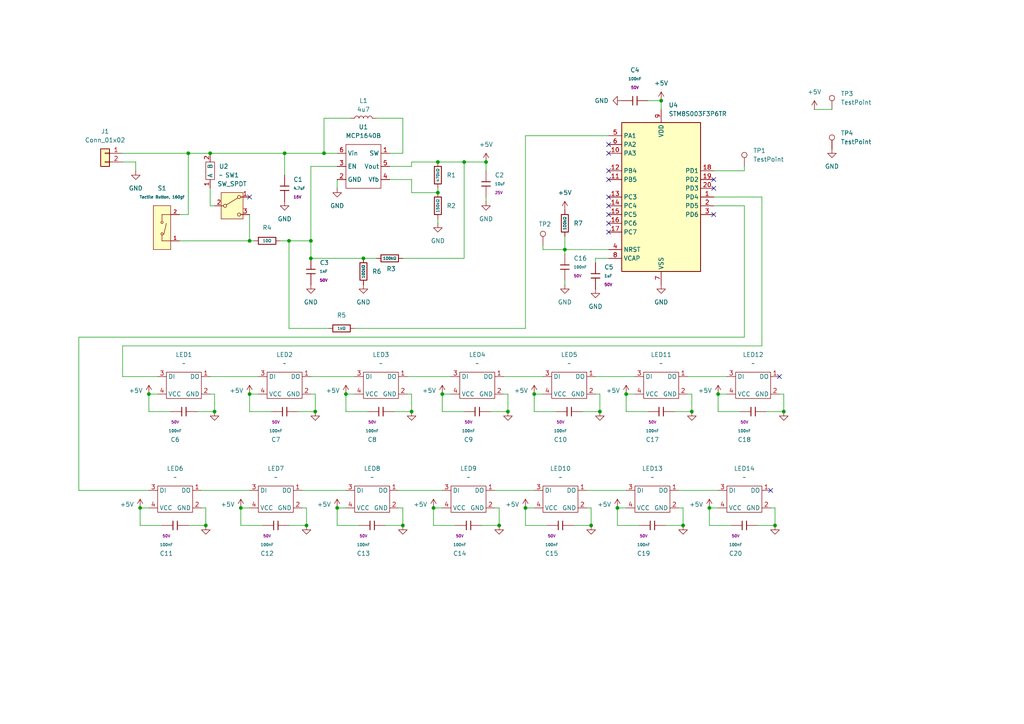
<source format=kicad_sch>
(kicad_sch (version 20250114) (generator "eeschema") (generator_version "9.0")
  (paper "A4")
  (junction (at 88.9 152.4))
  (junction (at 90.17 74.93))
  (junction (at 127 55.88))
  (junction (at 191.77 29.21))
  (junction (at 97.79 147.32))
  (junction (at 147.32 119.38))
  (junction (at 43.18 114.3))
  (junction (at 224.79 152.4))
  (junction (at 91.44 119.38))
  (junction (at 125.73 147.32))
  (junction (at 163.83 72.39))
  (junction (at 90.17 69.85))
  (junction (at 152.4 147.32))
  (junction (at 69.85 147.32))
  (junction (at 181.61 114.3))
  (junction (at 116.84 152.4))
  (junction (at 60.96 44.45))
  (junction (at 54.61 44.45))
  (junction (at 93.98 44.45))
  (junction (at 140.97 46.99))
  (junction (at 100.33 114.3))
  (junction (at 200.66 119.38))
  (junction (at 227.33 119.38))
  (junction (at 105.41 74.93))
  (junction (at 128.27 114.3))
  (junction (at 179.07 147.32))
  (junction (at 62.23 119.38))
  (junction (at 205.74 147.32))
  (junction (at 72.39 69.85))
  (junction (at 134.62 46.99))
  (junction (at 144.78 152.4))
  (junction (at 40.64 147.32))
  (junction (at 83.82 69.85))
  (junction (at 82.55 44.45))
  (junction (at 173.99 119.38))
  (junction (at 198.12 152.4))
  (junction (at 171.45 152.4))
  (junction (at 127 46.99))
  (junction (at 208.28 114.3))
  (junction (at 72.39 114.3))
  (junction (at 59.69 152.4))
  (junction (at 154.94 114.3))
  (junction (at 119.38 119.38))
  (no_connect (at 226.06 109.22))
  (no_connect (at 176.53 44.45))
  (no_connect (at 176.53 64.77))
  (no_connect (at 72.39 57.15))
  (no_connect (at 207.01 62.23))
  (no_connect (at 176.53 49.53))
  (no_connect (at 176.53 67.31))
  (no_connect (at 176.53 57.15))
  (no_connect (at 176.53 41.91))
  (no_connect (at 176.53 59.69))
  (no_connect (at 176.53 52.07))
  (no_connect (at 176.53 62.23))
  (no_connect (at 207.01 52.07))
  (no_connect (at 207.01 54.61))
  (no_connect (at 223.52 142.24))
  (wire (pts (xy 199.39 109.22) (xy 210.82 109.22)))
  (wire (pts (xy 40.64 147.32) (xy 40.64 152.4)))
  (wire (pts (xy 181.61 114.3) (xy 181.61 119.38)))
  (wire (pts (xy 114.3 119.38) (xy 119.38 119.38)))
  (wire (pts (xy 43.18 114.3) (xy 43.18 119.38)))
  (wire (pts (xy 215.9 59.69) (xy 215.9 97.79)))
  (wire (pts (xy 87.63 142.24) (xy 100.33 142.24)))
  (wire (pts (xy 95.25 95.25) (xy 83.82 95.25)))
  (wire (pts (xy 22.86 142.24) (xy 43.18 142.24)))
  (wire (pts (xy 208.28 114.3) (xy 208.28 119.38)))
  (wire (pts (xy 220.98 100.33) (xy 220.98 57.15)))
  (wire (pts (xy 118.11 114.3) (xy 119.38 114.3)))
  (wire (pts (xy 166.37 152.4) (xy 171.45 152.4)))
  (wire (pts (xy 87.63 147.32) (xy 88.9 147.32)))
  (wire (pts (xy 125.73 147.32) (xy 125.73 152.4)))
  (wire (pts (xy 172.72 76.2) (xy 172.72 74.93)))
  (wire (pts (xy 116.84 34.29) (xy 116.84 44.45)))
  (wire (pts (xy 104.14 152.4) (xy 97.79 152.4)))
  (wire (pts (xy 39.37 46.99) (xy 39.37 49.53)))
  (wire (pts (xy 82.55 44.45) (xy 93.98 44.45)))
  (wire (pts (xy 196.85 147.32) (xy 198.12 147.32)))
  (wire (pts (xy 116.84 74.93) (xy 134.62 74.93)))
  (wire (pts (xy 100.33 114.3) (xy 100.33 119.38)))
  (wire (pts (xy 219.71 152.4) (xy 224.79 152.4)))
  (wire (pts (xy 236.22 31.75) (xy 241.3 31.75)))
  (wire (pts (xy 154.94 114.3) (xy 157.48 114.3)))
  (wire (pts (xy 83.82 152.4) (xy 88.9 152.4)))
  (wire (pts (xy 101.6 34.29) (xy 93.98 34.29)))
  (wire (pts (xy 46.99 152.4) (xy 40.64 152.4)))
  (wire (pts (xy 134.62 46.99) (xy 140.97 46.99)))
  (wire (pts (xy 161.29 119.38) (xy 154.94 119.38)))
  (wire (pts (xy 58.42 142.24) (xy 72.39 142.24)))
  (wire (pts (xy 113.03 48.26) (xy 119.38 48.26)))
  (wire (pts (xy 81.28 69.85) (xy 83.82 69.85)))
  (wire (pts (xy 72.39 114.3) (xy 74.93 114.3)))
  (wire (pts (xy 212.09 152.4) (xy 205.74 152.4)))
  (wire (pts (xy 119.38 114.3) (xy 119.38 119.38)))
  (wire (pts (xy 214.63 119.38) (xy 208.28 119.38)))
  (wire (pts (xy 168.91 119.38) (xy 173.99 119.38)))
  (wire (pts (xy 59.69 147.32) (xy 59.69 152.4)))
  (wire (pts (xy 143.51 147.32) (xy 144.78 147.32)))
  (wire (pts (xy 116.84 44.45) (xy 113.03 44.45)))
  (wire (pts (xy 152.4 147.32) (xy 152.4 152.4)))
  (wire (pts (xy 134.62 119.38) (xy 128.27 119.38)))
  (wire (pts (xy 154.94 114.3) (xy 154.94 119.38)))
  (wire (pts (xy 116.84 147.32) (xy 116.84 152.4)))
  (wire (pts (xy 185.42 152.4) (xy 179.07 152.4)))
  (wire (pts (xy 111.76 152.4) (xy 116.84 152.4)))
  (wire (pts (xy 90.17 74.93) (xy 105.41 74.93)))
  (wire (pts (xy 139.7 152.4) (xy 144.78 152.4)))
  (wire (pts (xy 199.39 114.3) (xy 200.66 114.3)))
  (wire (pts (xy 144.78 147.32) (xy 144.78 152.4)))
  (wire (pts (xy 115.57 147.32) (xy 116.84 147.32)))
  (wire (pts (xy 78.74 119.38) (xy 72.39 119.38)))
  (wire (pts (xy 140.97 57.15) (xy 140.97 58.42)))
  (wire (pts (xy 97.79 48.26) (xy 90.17 48.26)))
  (wire (pts (xy 115.57 142.24) (xy 128.27 142.24)))
  (wire (pts (xy 35.56 44.45) (xy 54.61 44.45)))
  (wire (pts (xy 82.55 44.45) (xy 82.55 50.8)))
  (wire (pts (xy 118.11 109.22) (xy 130.81 109.22)))
  (wire (pts (xy 54.61 44.45) (xy 60.96 44.45)))
  (wire (pts (xy 58.42 147.32) (xy 59.69 147.32)))
  (wire (pts (xy 193.04 152.4) (xy 198.12 152.4)))
  (wire (pts (xy 97.79 147.32) (xy 97.79 152.4)))
  (wire (pts (xy 54.61 152.4) (xy 59.69 152.4)))
  (wire (pts (xy 119.38 46.99) (xy 127 46.99)))
  (wire (pts (xy 146.05 109.22) (xy 157.48 109.22)))
  (wire (pts (xy 60.96 109.22) (xy 74.93 109.22)))
  (wire (pts (xy 90.17 114.3) (xy 91.44 114.3)))
  (wire (pts (xy 215.9 49.53) (xy 215.9 48.26)))
  (wire (pts (xy 170.18 147.32) (xy 171.45 147.32)))
  (wire (pts (xy 35.56 46.99) (xy 39.37 46.99)))
  (wire (pts (xy 143.51 142.24) (xy 154.94 142.24)))
  (wire (pts (xy 43.18 114.3) (xy 45.72 114.3)))
  (wire (pts (xy 90.17 48.26) (xy 90.17 69.85)))
  (wire (pts (xy 158.75 152.4) (xy 152.4 152.4)))
  (wire (pts (xy 97.79 54.61) (xy 97.79 52.07)))
  (wire (pts (xy 227.33 114.3) (xy 227.33 119.38)))
  (wire (pts (xy 208.28 114.3) (xy 210.82 114.3)))
  (wire (pts (xy 40.64 147.32) (xy 43.18 147.32)))
  (wire (pts (xy 223.52 147.32) (xy 224.79 147.32)))
  (wire (pts (xy 163.83 81.28) (xy 163.83 82.55)))
  (wire (pts (xy 52.07 69.85) (xy 72.39 69.85)))
  (wire (pts (xy 60.96 59.69) (xy 62.23 59.69)))
  (wire (pts (xy 171.45 147.32) (xy 171.45 152.4)))
  (wire (pts (xy 205.74 147.32) (xy 205.74 152.4)))
  (wire (pts (xy 113.03 52.07) (xy 119.38 52.07)))
  (wire (pts (xy 93.98 44.45) (xy 97.79 44.45)))
  (wire (pts (xy 54.61 62.23) (xy 52.07 62.23)))
  (wire (pts (xy 152.4 39.37) (xy 176.53 39.37)))
  (wire (pts (xy 72.39 62.23) (xy 72.39 69.85)))
  (wire (pts (xy 215.9 97.79) (xy 22.86 97.79)))
  (wire (pts (xy 179.07 147.32) (xy 181.61 147.32)))
  (wire (pts (xy 172.72 114.3) (xy 173.99 114.3)))
  (wire (pts (xy 35.56 100.33) (xy 220.98 100.33)))
  (wire (pts (xy 191.77 29.21) (xy 191.77 31.75)))
  (wire (pts (xy 22.86 97.79) (xy 22.86 142.24)))
  (wire (pts (xy 157.48 72.39) (xy 157.48 71.12)))
  (wire (pts (xy 128.27 114.3) (xy 130.81 114.3)))
  (wire (pts (xy 109.22 34.29) (xy 116.84 34.29)))
  (wire (pts (xy 170.18 142.24) (xy 181.61 142.24)))
  (wire (pts (xy 91.44 114.3) (xy 91.44 119.38)))
  (wire (pts (xy 72.39 114.3) (xy 72.39 119.38)))
  (wire (pts (xy 127 54.61) (xy 127 55.88)))
  (wire (pts (xy 163.83 68.58) (xy 163.83 72.39)))
  (wire (pts (xy 198.12 147.32) (xy 198.12 152.4)))
  (wire (pts (xy 222.25 119.38) (xy 227.33 119.38)))
  (wire (pts (xy 224.79 147.32) (xy 224.79 152.4)))
  (wire (pts (xy 134.62 74.93) (xy 134.62 46.99)))
  (wire (pts (xy 119.38 55.88) (xy 127 55.88)))
  (wire (pts (xy 90.17 109.22) (xy 102.87 109.22)))
  (wire (pts (xy 187.96 119.38) (xy 181.61 119.38)))
  (wire (pts (xy 100.33 114.3) (xy 102.87 114.3)))
  (wire (pts (xy 62.23 114.3) (xy 62.23 119.38)))
  (wire (pts (xy 226.06 114.3) (xy 227.33 114.3)))
  (wire (pts (xy 205.74 147.32) (xy 208.28 147.32)))
  (wire (pts (xy 90.17 69.85) (xy 90.17 74.93)))
  (wire (pts (xy 127 46.99) (xy 134.62 46.99)))
  (wire (pts (xy 147.32 114.3) (xy 147.32 119.38)))
  (wire (pts (xy 72.39 69.85) (xy 73.66 69.85)))
  (wire (pts (xy 60.96 54.61) (xy 60.96 59.69)))
  (wire (pts (xy 181.61 114.3) (xy 184.15 114.3)))
  (wire (pts (xy 152.4 147.32) (xy 154.94 147.32)))
  (wire (pts (xy 106.68 119.38) (xy 100.33 119.38)))
  (wire (pts (xy 140.97 46.99) (xy 140.97 49.53)))
  (wire (pts (xy 125.73 147.32) (xy 128.27 147.32)))
  (wire (pts (xy 57.15 119.38) (xy 62.23 119.38)))
  (wire (pts (xy 128.27 114.3) (xy 128.27 119.38)))
  (wire (pts (xy 207.01 59.69) (xy 215.9 59.69)))
  (wire (pts (xy 49.53 119.38) (xy 43.18 119.38)))
  (wire (pts (xy 60.96 114.3) (xy 62.23 114.3)))
  (wire (pts (xy 176.53 72.39) (xy 163.83 72.39)))
  (wire (pts (xy 172.72 74.93) (xy 176.53 74.93)))
  (wire (pts (xy 220.98 57.15) (xy 207.01 57.15)))
  (wire (pts (xy 45.72 109.22) (xy 35.56 109.22)))
  (wire (pts (xy 146.05 114.3) (xy 147.32 114.3)))
  (wire (pts (xy 35.56 109.22) (xy 35.56 100.33)))
  (wire (pts (xy 207.01 49.53) (xy 215.9 49.53)))
  (wire (pts (xy 142.24 119.38) (xy 147.32 119.38)))
  (wire (pts (xy 83.82 69.85) (xy 83.82 95.25)))
  (wire (pts (xy 127 63.5) (xy 127 64.77)))
  (wire (pts (xy 76.2 152.4) (xy 69.85 152.4)))
  (wire (pts (xy 69.85 147.32) (xy 69.85 152.4)))
  (wire (pts (xy 163.83 72.39) (xy 163.83 73.66)))
  (wire (pts (xy 187.96 29.21) (xy 191.77 29.21)))
  (wire (pts (xy 179.07 147.32) (xy 179.07 152.4)))
  (wire (pts (xy 196.85 142.24) (xy 208.28 142.24)))
  (wire (pts (xy 157.48 72.39) (xy 163.83 72.39)))
  (wire (pts (xy 195.58 119.38) (xy 200.66 119.38)))
  (wire (pts (xy 119.38 48.26) (xy 119.38 46.99)))
  (wire (pts (xy 105.41 74.93) (xy 109.22 74.93)))
  (wire (pts (xy 119.38 52.07) (xy 119.38 55.88)))
  (wire (pts (xy 173.99 114.3) (xy 173.99 119.38)))
  (wire (pts (xy 60.96 44.45) (xy 82.55 44.45)))
  (wire (pts (xy 69.85 147.32) (xy 72.39 147.32)))
  (wire (pts (xy 83.82 69.85) (xy 90.17 69.85)))
  (wire (pts (xy 54.61 44.45) (xy 54.61 62.23)))
  (wire (pts (xy 97.79 147.32) (xy 100.33 147.32)))
  (wire (pts (xy 88.9 147.32) (xy 88.9 152.4)))
  (wire (pts (xy 93.98 34.29) (xy 93.98 44.45)))
  (wire (pts (xy 172.72 109.22) (xy 184.15 109.22)))
  (wire (pts (xy 86.36 119.38) (xy 91.44 119.38)))
  (wire (pts (xy 102.87 95.25) (xy 152.4 95.25)))
  (wire (pts (xy 152.4 95.25) (xy 152.4 39.37)))
  (wire (pts (xy 200.66 114.3) (xy 200.66 119.38)))
  (wire (pts (xy 132.08 152.4) (xy 125.73 152.4)))
  (symbol (lib_id "my_custom_symbols:WS2812_2020") (at 191.77 111.76 0) (unit 1)
    (property "Reference" "LED11" (at 191.77 102.87 0))
    (property "Value" "~" (at 191.77 105.41 0))
    (property "Footprint" "my_custom_footyprints:WS2812_2020" (effects (hide yes)))
    (property "LCSC" "C965555" (effects (hide yes)))
  )
  (symbol (lib_id "power:+5V") (at 128.27 114.3 0) (unit 1)
    (property "Reference" "#PWR019" (effects (hide yes)))
    (property "Value" "+5V" (at 124.46 113.284 0))
    (property "Description" "Power symbol creates a global label with name \"+5V\"" (effects (hide yes)))
  )
  (symbol (lib_id "PCM_JLCPCB-Capacitors:0603,100nF") (at 189.23 152.4 270) (unit 1)
    (property "Reference" "C19" (at 186.69 160.528 90))
    (property "Value" "100nF" (at 186.69 157.988 90) (effects (font (size 0.8 0.8))))
    (property "Footprint" "PCM_JLCPCB:C_0603" (effects (hide yes)))
    (property "Datasheet" "https://www.lcsc.com/datasheet/lcsc_datasheet_2211101700_YAGEO-CC0603KRX7R9BB104_C14663.pdf" (effects (hide yes)))
    (property "Description" "50V 100nF X7R ±10% 0603 Multilayer Ceramic Capacitors MLCC - SMD/SMT ROHS" (effects (hide yes)))
    (property "LCSC" "C14663" (effects (hide yes)))
    (property "Stock" "70324515" (effects (hide yes)))
    (property "Price" "0.006USD" (effects (hide yes)))
    (property "Process" "SMT" (effects (hide yes)))
    (property "Minimum Qty" "20" (effects (hide yes)))
    (property "Attrition Qty" "10" (effects (hide yes)))
    (property "Class" "Basic Component" (effects (hide yes)))
    (property "Category" "Capacitors,Multilayer Ceramic Capacitors MLCC - SMD/SMT" (effects (hide yes)))
    (property "Manufacturer" "YAGEO" (effects (hide yes)))
    (property "Part" "CC0603KRX7R9BB104" (effects (hide yes)))
    (property "Voltage Rated" "50V" (at 186.69 155.448 90) (effects (font (size 0.8 0.8))))
    (property "Tolerance" "±10%" (effects (hide yes)))
    (property "Capacitance" "100nF" (effects (hide yes)))
    (property "Temperature Coefficient" "X7R" (effects (hide yes)))
  )
  (symbol (lib_id "power:GND") (at 140.97 58.42 0) (unit 1)
    (property "Reference" "#PWR03" (effects (hide yes)))
    (property "Value" "GND" (at 140.97 63.5 0))
    (property "Description" "Power symbol creates a global label with name \"GND\" , ground" (effects (hide yes)))
  )
  (symbol (lib_id "my_custom_symbols:WS2812_2020") (at 107.95 144.78 0) (unit 1)
    (property "Reference" "LED8" (at 107.95 135.89 0))
    (property "Value" "~" (at 107.95 138.43 0))
    (property "Footprint" "my_custom_footyprints:WS2812_2020" (effects (hide yes)))
    (property "LCSC" "C965555" (effects (hide yes)))
  )
  (symbol (lib_id "Connector_Generic:Conn_01x02") (at 30.48 44.45 0) (mirror y) (unit 1) (in_bom no)
    (property "Reference" "J1" (at 30.48 38.1 0))
    (property "Value" "Conn_01x02" (at 30.48 40.64 0))
    (property "Footprint" "my_custom_footyprints:AAA cutout" (effects (hide yes)))
    (property "Description" "Generic connector, single row, 01x02, script generated (kicad-library-utils/schlib/autogen/connector/)" (effects (hide yes)))
  )
  (symbol (lib_id "power:GND") (at 91.44 119.38 0) (unit 1)
    (property "Reference" "#PWR016" (effects (hide yes)))
    (property "Value" "GND" (effects (hide yes)))
    (property "Description" "Power symbol creates a global label with name \"GND\" , ground" (effects (hide yes)))
  )
  (symbol (lib_id "my_custom_symbols:MCP1640") (at 105.41 45.72 0) (unit 1)
    (property "Reference" "U1" (at 105.41 36.83 0))
    (property "Value" "MCP1640B" (at 105.41 39.37 0))
    (property "Footprint" "Package_TO_SOT_SMD:SOT-23-6" (effects (hide yes)))
    (property "LCSC" "C478087" (effects (hide yes)))
  )
  (symbol (lib_id "power:GND") (at 173.99 119.38 0) (unit 1)
    (property "Reference" "#PWR022" (effects (hide yes)))
    (property "Value" "GND" (effects (hide yes)))
    (property "Description" "Power symbol creates a global label with name \"GND\" , ground" (effects (hide yes)))
  )
  (symbol (lib_id "power:GND") (at 127 64.77 0) (unit 1)
    (property "Reference" "#PWR02" (effects (hide yes)))
    (property "Value" "GND" (at 127 69.85 0))
    (property "Description" "Power symbol creates a global label with name \"GND\" , ground" (effects (hide yes)))
  )
  (symbol (lib_id "PCM_JLCPCB-Connectors_Buttons:Tactile Button, 160gf, 12V, 50mA, 4.0mm") (at 46.99 67.31 180) (unit 1)
    (property "Reference" "S1" (at 46.99 54.61 0))
    (property "Value" "Tactile Button, 160gf" (at 46.99 57.15 0) (effects (font (size 0.8 0.8))))
    (property "Footprint" "PCM_JLCPCB:SW_TS-1088-AR02016" (effects (hide yes)))
    (property "Datasheet" "https://www.lcsc.com/datasheet/lcsc_datasheet_2304140030_XUNPU-TS-1088-AR02016_C720477.pdf" (effects (hide yes)))
    (property "Description" "Without 50mA 4mm 100MΩ 100000 Times 12V 160gf 3mm 2mm Round Button Standing paste SPST SMD Tactile Switches ROHS" (effects (hide yes)))
    (property "LCSC" "C720477" (effects (hide yes)))
    (property "Stock" "346801" (effects (hide yes)))
    (property "Price" "0.044USD" (effects (hide yes)))
    (property "Process" "SMT" (effects (hide yes)))
    (property "Minimum Qty" "5" (effects (hide yes)))
    (property "Attrition Qty" "4" (effects (hide yes)))
    (property "Class" "Basic Component" (effects (hide yes)))
    (property "Category" "Switches,Tactile Switches" (effects (hide yes)))
    (property "Manufacturer" "XUNPU" (effects (hide yes)))
    (property "Part" "TS-1088-AR02016" (effects (hide yes)))
    (property "Switch Length" "4mm" (effects (hide yes)))
    (property "Voltage Rating (Dc)" "12V" (effects (hide yes)))
    (property "With Lamp" "No" (effects (hide yes)))
    (property "Operating Force" "160gf@±50gf" (effects (hide yes)))
    (property "Actuator/Cap Color" "Black" (effects (hide yes)))
    (property "Mechanical Life" "100000 Times" (effects (hide yes)))
    (property "Strike Gundam" "NO" (effects (hide yes)))
    (property "Circuit" "SPST" (effects (hide yes)))
    (property "Switch Height" "2mm" (effects (hide yes)))
    (property "Actuator Style" "Round Button" (effects (hide yes)))
    (property "Switch Width" "3mm" (effects (hide yes)))
    (property "Contact Current" "50mA" (effects (hide yes)))
    (property "Operating Temperature" "-30°C~+80°C" (effects (hide yes)))
    (property "Mounting Style" "Brick nogging" (effects (hide yes)))
    (property "Insulation Resistance" "100MΩ" (effects (hide yes)))
    (property "Pin Style" "SMDSplicing" (effects (hide yes)))
  )
  (symbol (lib_id "power:GND") (at 241.3 43.18 0) (unit 1)
    (property "Reference" "#PWR036" (effects (hide yes)))
    (property "Value" "GND" (at 241.3 48.26 0))
    (property "Description" "Power symbol creates a global label with name \"GND\" , ground" (effects (hide yes)))
  )
  (symbol (lib_id "power:+5V") (at 236.22 31.75 0) (unit 1)
    (property "Reference" "#PWR035" (effects (hide yes)))
    (property "Value" "+5V" (at 236.22 26.67 0))
    (property "Description" "Power symbol creates a global label with name \"+5V\"" (effects (hide yes)))
  )
  (symbol (lib_id "PCM_JLCPCB-Capacitors:0603,100nF") (at 165.1 119.38 270) (unit 1)
    (property "Reference" "C10" (at 162.56 127.508 90))
    (property "Value" "100nF" (at 162.56 124.968 90) (effects (font (size 0.8 0.8))))
    (property "Footprint" "PCM_JLCPCB:C_0603" (effects (hide yes)))
    (property "Datasheet" "https://www.lcsc.com/datasheet/lcsc_datasheet_2211101700_YAGEO-CC0603KRX7R9BB104_C14663.pdf" (effects (hide yes)))
    (property "Description" "50V 100nF X7R ±10% 0603 Multilayer Ceramic Capacitors MLCC - SMD/SMT ROHS" (effects (hide yes)))
    (property "LCSC" "C14663" (effects (hide yes)))
    (property "Stock" "70324515" (effects (hide yes)))
    (property "Price" "0.006USD" (effects (hide yes)))
    (property "Process" "SMT" (effects (hide yes)))
    (property "Minimum Qty" "20" (effects (hide yes)))
    (property "Attrition Qty" "10" (effects (hide yes)))
    (property "Class" "Basic Component" (effects (hide yes)))
    (property "Category" "Capacitors,Multilayer Ceramic Capacitors MLCC - SMD/SMT" (effects (hide yes)))
    (property "Manufacturer" "YAGEO" (effects (hide yes)))
    (property "Part" "CC0603KRX7R9BB104" (effects (hide yes)))
    (property "Voltage Rated" "50V" (at 162.56 122.428 90) (effects (font (size 0.8 0.8))))
    (property "Tolerance" "±10%" (effects (hide yes)))
    (property "Capacitance" "100nF" (effects (hide yes)))
    (property "Temperature Coefficient" "X7R" (effects (hide yes)))
  )
  (symbol (lib_id "PCM_JLCPCB-Capacitors:0603,100nF") (at 135.89 152.4 270) (unit 1)
    (property "Reference" "C14" (at 133.35 160.528 90))
    (property "Value" "100nF" (at 133.35 157.988 90) (effects (font (size 0.8 0.8))))
    (property "Footprint" "PCM_JLCPCB:C_0603" (effects (hide yes)))
    (property "Datasheet" "https://www.lcsc.com/datasheet/lcsc_datasheet_2211101700_YAGEO-CC0603KRX7R9BB104_C14663.pdf" (effects (hide yes)))
    (property "Description" "50V 100nF X7R ±10% 0603 Multilayer Ceramic Capacitors MLCC - SMD/SMT ROHS" (effects (hide yes)))
    (property "LCSC" "C14663" (effects (hide yes)))
    (property "Stock" "70324515" (effects (hide yes)))
    (property "Price" "0.006USD" (effects (hide yes)))
    (property "Process" "SMT" (effects (hide yes)))
    (property "Minimum Qty" "20" (effects (hide yes)))
    (property "Attrition Qty" "10" (effects (hide yes)))
    (property "Class" "Basic Component" (effects (hide yes)))
    (property "Category" "Capacitors,Multilayer Ceramic Capacitors MLCC - SMD/SMT" (effects (hide yes)))
    (property "Manufacturer" "YAGEO" (effects (hide yes)))
    (property "Part" "CC0603KRX7R9BB104" (effects (hide yes)))
    (property "Voltage Rated" "50V" (at 133.35 155.448 90) (effects (font (size 0.8 0.8))))
    (property "Tolerance" "±10%" (effects (hide yes)))
    (property "Capacitance" "100nF" (effects (hide yes)))
    (property "Temperature Coefficient" "X7R" (effects (hide yes)))
  )
  (symbol (lib_id "power:+5V") (at 191.77 29.21 0) (unit 1)
    (property "Reference" "#PWR011" (effects (hide yes)))
    (property "Value" "+5V" (at 191.77 24.13 0))
    (property "Description" "Power symbol creates a global label with name \"+5V\"" (effects (hide yes)))
  )
  (symbol (lib_id "power:+5V") (at 152.4 147.32 0) (unit 1)
    (property "Reference" "#PWR031" (effects (hide yes)))
    (property "Value" "+5V" (at 148.59 146.304 0))
    (property "Description" "Power symbol creates a global label with name \"+5V\"" (effects (hide yes)))
  )
  (symbol (lib_id "PCM_JLCPCB-Capacitors:0603,100nF") (at 162.56 152.4 270) (unit 1)
    (property "Reference" "C15" (at 160.02 160.528 90))
    (property "Value" "100nF" (at 160.02 157.988 90) (effects (font (size 0.8 0.8))))
    (property "Footprint" "PCM_JLCPCB:C_0603" (effects (hide yes)))
    (property "Datasheet" "https://www.lcsc.com/datasheet/lcsc_datasheet_2211101700_YAGEO-CC0603KRX7R9BB104_C14663.pdf" (effects (hide yes)))
    (property "Description" "50V 100nF X7R ±10% 0603 Multilayer Ceramic Capacitors MLCC - SMD/SMT ROHS" (effects (hide yes)))
    (property "LCSC" "C14663" (effects (hide yes)))
    (property "Stock" "70324515" (effects (hide yes)))
    (property "Price" "0.006USD" (effects (hide yes)))
    (property "Process" "SMT" (effects (hide yes)))
    (property "Minimum Qty" "20" (effects (hide yes)))
    (property "Attrition Qty" "10" (effects (hide yes)))
    (property "Class" "Basic Component" (effects (hide yes)))
    (property "Category" "Capacitors,Multilayer Ceramic Capacitors MLCC - SMD/SMT" (effects (hide yes)))
    (property "Manufacturer" "YAGEO" (effects (hide yes)))
    (property "Part" "CC0603KRX7R9BB104" (effects (hide yes)))
    (property "Voltage Rated" "50V" (at 160.02 155.448 90) (effects (font (size 0.8 0.8))))
    (property "Tolerance" "±10%" (effects (hide yes)))
    (property "Capacitance" "100nF" (effects (hide yes)))
    (property "Temperature Coefficient" "X7R" (effects (hide yes)))
  )
  (symbol (lib_id "Connector:TestPoint") (at 157.48 71.12 0) (unit 1) (in_bom no)
    (property "Reference" "TP2" (at 156.21 65.024 0) (effects (justify left)))
    (property "Value" "TestPoint" (effects (hide yes)))
    (property "Footprint" "TestPoint:TestPoint_Pad_D2.0mm" (effects (hide yes)))
    (property "Description" "test point" (effects (hide yes)))
  )
  (symbol (lib_id "my_custom_symbols:WS2812_2020") (at 80.01 144.78 0) (unit 1)
    (property "Reference" "LED7" (at 80.01 135.89 0))
    (property "Value" "~" (at 80.01 138.43 0))
    (property "Footprint" "my_custom_footyprints:WS2812_2020" (effects (hide yes)))
    (property "LCSC" "C965555" (effects (hide yes)))
  )
  (symbol (lib_id "Device:L") (at 105.41 34.29 90) (unit 1)
    (property "Reference" "L1" (at 105.41 29.21 90))
    (property "Value" "4u7" (at 105.41 31.75 90))
    (property "Footprint" "Inductor_SMD:L_APV_ANR3015" (effects (hide yes)))
    (property "Description" "Inductor" (effects (hide yes)))
    (property "LCSC" "C7427089" (effects (hide yes)))
  )
  (symbol (lib_id "PCM_JLCPCB-Capacitors:0603,100nF") (at 107.95 152.4 270) (unit 1)
    (property "Reference" "C13" (at 105.41 160.528 90))
    (property "Value" "100nF" (at 105.41 157.988 90) (effects (font (size 0.8 0.8))))
    (property "Footprint" "PCM_JLCPCB:C_0603" (effects (hide yes)))
    (property "Datasheet" "https://www.lcsc.com/datasheet/lcsc_datasheet_2211101700_YAGEO-CC0603KRX7R9BB104_C14663.pdf" (effects (hide yes)))
    (property "Description" "50V 100nF X7R ±10% 0603 Multilayer Ceramic Capacitors MLCC - SMD/SMT ROHS" (effects (hide yes)))
    (property "LCSC" "C14663" (effects (hide yes)))
    (property "Stock" "70324515" (effects (hide yes)))
    (property "Price" "0.006USD" (effects (hide yes)))
    (property "Process" "SMT" (effects (hide yes)))
    (property "Minimum Qty" "20" (effects (hide yes)))
    (property "Attrition Qty" "10" (effects (hide yes)))
    (property "Class" "Basic Component" (effects (hide yes)))
    (property "Category" "Capacitors,Multilayer Ceramic Capacitors MLCC - SMD/SMT" (effects (hide yes)))
    (property "Manufacturer" "YAGEO" (effects (hide yes)))
    (property "Part" "CC0603KRX7R9BB104" (effects (hide yes)))
    (property "Voltage Rated" "50V" (at 105.41 155.448 90) (effects (font (size 0.8 0.8))))
    (property "Tolerance" "±10%" (effects (hide yes)))
    (property "Capacitance" "100nF" (effects (hide yes)))
    (property "Temperature Coefficient" "X7R" (effects (hide yes)))
  )
  (symbol (lib_id "power:+5V") (at 100.33 114.3 0) (unit 1)
    (property "Reference" "#PWR017" (effects (hide yes)))
    (property "Value" "+5V" (at 96.52 113.284 0))
    (property "Description" "Power symbol creates a global label with name \"+5V\"" (effects (hide yes)))
  )
  (symbol (lib_id "PCM_JLCPCB-Capacitors:0805,10uF") (at 140.97 53.34 0) (unit 1)
    (property "Reference" "C2" (at 143.51 50.7999 0) (effects (justify left)))
    (property "Value" "10uF" (at 143.51 53.34 0) (effects (font (size 0.8 0.8)) (justify left)))
    (property "Footprint" "PCM_JLCPCB:C_0805" (effects (hide yes)))
    (property "Datasheet" "https://www.lcsc.com/datasheet/lcsc_datasheet_2304140030_Samsung-Electro-Mechanics-CL21A106KAYNNNE_C15850.pdf" (effects (hide yes)))
    (property "Description" "25V 10uF X5R ±10% 0805 Multilayer Ceramic Capacitors MLCC - SMD/SMT ROHS" (effects (hide yes)))
    (property "LCSC" "C15850" (effects (hide yes)))
    (property "Stock" "6525809" (effects (hide yes)))
    (property "Price" "0.014USD" (effects (hide yes)))
    (property "Process" "SMT" (effects (hide yes)))
    (property "Minimum Qty" "20" (effects (hide yes)))
    (property "Attrition Qty" "10" (effects (hide yes)))
    (property "Class" "Basic Component" (effects (hide yes)))
    (property "Category" "Capacitors,Multilayer Ceramic Capacitors MLCC - SMD/SMT" (effects (hide yes)))
    (property "Manufacturer" "Samsung Electro-Mechanics" (effects (hide yes)))
    (property "Part" "CL21A106KAYNNNE" (effects (hide yes)))
    (property "Voltage Rated" "25V" (at 143.51 55.88 0) (effects (font (size 0.8 0.8)) (justify left)))
    (property "Tolerance" "±10%" (effects (hide yes)))
    (property "Capacitance" "10uF" (effects (hide yes)))
    (property "Temperature Coefficient" "X5R" (effects (hide yes)))
  )
  (symbol (lib_id "power:+5V") (at 97.79 147.32 0) (unit 1)
    (property "Reference" "#PWR027" (effects (hide yes)))
    (property "Value" "+5V" (at 93.98 146.304 0))
    (property "Description" "Power symbol creates a global label with name \"+5V\"" (effects (hide yes)))
  )
  (symbol (lib_id "power:GND") (at 163.83 82.55 0) (unit 1)
    (property "Reference" "#PWR012" (effects (hide yes)))
    (property "Value" "GND" (at 163.83 87.63 0))
    (property "Description" "Power symbol creates a global label with name \"GND\" , ground" (effects (hide yes)))
  )
  (symbol (lib_id "power:GND") (at 227.33 119.38 0) (unit 1)
    (property "Reference" "#PWR041" (effects (hide yes)))
    (property "Value" "GND" (effects (hide yes)))
    (property "Description" "Power symbol creates a global label with name \"GND\" , ground" (effects (hide yes)))
  )
  (symbol (lib_id "PCM_JLCPCB-Resistors:0603,100kΩ") (at 163.83 64.77 0) (mirror x) (unit 1)
    (property "Reference" "R7" (at 166.37 64.7701 0) (effects (justify left)))
    (property "Value" "100kΩ" (at 163.83 64.77 90) (effects (font (size 0.8 0.8))))
    (property "Footprint" "PCM_JLCPCB:R_0603" (effects (hide yes)))
    (property "Datasheet" "https://www.lcsc.com/datasheet/lcsc_datasheet_2206010045_UNI-ROYAL-Uniroyal-Elec-0603WAF1003T5E_C25803.pdf" (effects (hide yes)))
    (property "Description" "100mW Thick Film Resistors 75V ±100ppm/°C ±1% 100kΩ 0603 Chip Resistor - Surface Mount ROHS" (effects (hide yes)))
    (property "LCSC" "C25803" (effects (hide yes)))
    (property "Stock" "7820113" (effects (hide yes)))
    (property "Price" "0.004USD" (effects (hide yes)))
    (property "Process" "SMT" (effects (hide yes)))
    (property "Minimum Qty" "20" (effects (hide yes)))
    (property "Attrition Qty" "10" (effects (hide yes)))
    (property "Class" "Basic Component" (effects (hide yes)))
    (property "Category" "Resistors,Chip Resistor - Surface Mount" (effects (hide yes)))
    (property "Manufacturer" "UNI-ROYAL(Uniroyal Elec)" (effects (hide yes)))
    (property "Part" "0603WAF1003T5E" (effects (hide yes)))
    (property "Resistance" "100kΩ" (effects (hide yes)))
    (property "Power(Watts)" "100mW" (effects (hide yes)))
    (property "Type" "Thick Film Resistors" (effects (hide yes)))
    (property "Overload Voltage (Max)" "75V" (effects (hide yes)))
    (property "Operating Temperature Range" "-55°C~+155°C" (effects (hide yes)))
    (property "Tolerance" "±1%" (effects (hide yes)))
    (property "Temperature Coefficient" "±100ppm/°C" (effects (hide yes)))
  )
  (symbol (lib_id "PCM_JLCPCB-Capacitors:0603,1uF") (at 172.72 80.01 0) (unit 1)
    (property "Reference" "C5" (at 175.26 77.4699 0) (effects (justify left)))
    (property "Value" "1uF" (at 175.26 80.01 0) (effects (font (size 0.8 0.8)) (justify left)))
    (property "Footprint" "PCM_JLCPCB:C_0603" (effects (hide yes)))
    (property "Datasheet" "https://www.lcsc.com/datasheet/lcsc_datasheet_2304140030_Samsung-Electro-Mechanics-CL10A105KB8NNNC_C15849.pdf" (effects (hide yes)))
    (property "Description" "50V 1uF X5R ±10% 0603 Multilayer Ceramic Capacitors MLCC - SMD/SMT ROHS" (effects (hide yes)))
    (property "LCSC" "C15849" (effects (hide yes)))
    (property "Stock" "11535980" (effects (hide yes)))
    (property "Price" "0.008USD" (effects (hide yes)))
    (property "Process" "SMT" (effects (hide yes)))
    (property "Minimum Qty" "20" (effects (hide yes)))
    (property "Attrition Qty" "10" (effects (hide yes)))
    (property "Class" "Basic Component" (effects (hide yes)))
    (property "Category" "Capacitors,Multilayer Ceramic Capacitors MLCC - SMD/SMT" (effects (hide yes)))
    (property "Manufacturer" "Samsung Electro-Mechanics" (effects (hide yes)))
    (property "Part" "CL10A105KB8NNNC" (effects (hide yes)))
    (property "Voltage Rated" "50V" (at 175.26 82.55 0) (effects (font (size 0.8 0.8)) (justify left)))
    (property "Tolerance" "±10%" (effects (hide yes)))
    (property "Capacitance" "1uF" (effects (hide yes)))
    (property "Temperature Coefficient" "X5R" (effects (hide yes)))
  )
  (symbol (lib_id "power:GND") (at 62.23 119.38 0) (unit 1)
    (property "Reference" "#PWR013" (effects (hide yes)))
    (property "Value" "GND" (effects (hide yes)))
    (property "Description" "Power symbol creates a global label with name \"GND\" , ground" (effects (hide yes)))
  )
  (symbol (lib_id "my_custom_symbols:WS2812_2020") (at 53.34 111.76 0) (unit 1)
    (property "Reference" "LED1" (at 53.34 102.87 0))
    (property "Value" "~" (at 53.34 105.41 0))
    (property "Footprint" "my_custom_footyprints:WS2812_2020" (effects (hide yes)))
    (property "LCSC" "C965555" (effects (hide yes)))
  )
  (symbol (lib_id "power:GND") (at 198.12 152.4 0) (unit 1)
    (property "Reference" "#PWR043" (effects (hide yes)))
    (property "Value" "GND" (effects (hide yes)))
    (property "Description" "Power symbol creates a global label with name \"GND\" , ground" (effects (hide yes)))
  )
  (symbol (lib_id "my_custom_symbols:WS2812_2020") (at 162.56 144.78 0) (unit 1)
    (property "Reference" "LED10" (at 162.56 135.89 0))
    (property "Value" "~" (at 162.56 138.43 0))
    (property "Footprint" "my_custom_footyprints:WS2812_2020" (effects (hide yes)))
    (property "LCSC" "C965555" (effects (hide yes)))
  )
  (symbol (lib_id "PCM_JLCPCB-Capacitors:0603,4.7uF") (at 82.55 54.61 0) (unit 1)
    (property "Reference" "C1" (at 85.09 52.0699 0) (effects (justify left)))
    (property "Value" "4.7uF" (at 85.09 54.61 0) (effects (font (size 0.8 0.8)) (justify left)))
    (property "Footprint" "PCM_JLCPCB:C_0603" (effects (hide yes)))
    (property "Datasheet" "https://www.lcsc.com/datasheet/lcsc_datasheet_2304140030_Samsung-Electro-Mechanics-CL10A475KO8NNNC_C19666.pdf" (effects (hide yes)))
    (property "Description" "16V 4.7uF X5R ±10% 0603 Multilayer Ceramic Capacitors MLCC - SMD/SMT ROHS" (effects (hide yes)))
    (property "LCSC" "C19666" (effects (hide yes)))
    (property "Stock" "4246728" (effects (hide yes)))
    (property "Price" "0.013USD" (effects (hide yes)))
    (property "Process" "SMT" (effects (hide yes)))
    (property "Minimum Qty" "20" (effects (hide yes)))
    (property "Attrition Qty" "10" (effects (hide yes)))
    (property "Class" "Basic Component" (effects (hide yes)))
    (property "Category" "Capacitors,Multilayer Ceramic Capacitors MLCC - SMD/SMT" (effects (hide yes)))
    (property "Manufacturer" "Samsung Electro-Mechanics" (effects (hide yes)))
    (property "Part" "CL10A475KO8NNNC" (effects (hide yes)))
    (property "Voltage Rated" "16V" (at 85.09 57.15 0) (effects (font (size 0.8 0.8)) (justify left)))
    (property "Tolerance" "±10%" (effects (hide yes)))
    (property "Capacitance" "4.7uF" (effects (hide yes)))
    (property "Temperature Coefficient" "X5R" (effects (hide yes)))
  )
  (symbol (lib_id "power:GND") (at 90.17 82.55 0) (unit 1)
    (property "Reference" "#PWR06" (effects (hide yes)))
    (property "Value" "GND" (at 90.17 87.63 0))
    (property "Description" "Power symbol creates a global label with name \"GND\" , ground" (effects (hide yes)))
  )
  (symbol (lib_id "power:+5V") (at 154.94 114.3 0) (unit 1)
    (property "Reference" "#PWR021" (effects (hide yes)))
    (property "Value" "+5V" (at 151.13 113.284 0))
    (property "Description" "Power symbol creates a global label with name \"+5V\"" (effects (hide yes)))
  )
  (symbol (lib_id "Switch:SW_SPDT") (at 67.31 59.69 0) (unit 1)
    (property "Reference" "SW1" (at 67.31 50.8 0))
    (property "Value" "SW_SPDT" (at 67.31 53.34 0))
    (property "Footprint" "Button_Switch_SMD:SW_SPDT_PCM12" (effects (hide yes)))
    (property "Description" "Switch, single pole double throw" (effects (hide yes)))
    (property "LCSC" "C778186" (effects (hide yes)))
  )
  (symbol (lib_id "PCM_JLCPCB-Capacitors:0603,100nF") (at 82.55 119.38 270) (unit 1)
    (property "Reference" "C7" (at 80.01 127.508 90))
    (property "Value" "100nF" (at 80.01 124.968 90) (effects (font (size 0.8 0.8))))
    (property "Footprint" "PCM_JLCPCB:C_0603" (effects (hide yes)))
    (property "Datasheet" "https://www.lcsc.com/datasheet/lcsc_datasheet_2211101700_YAGEO-CC0603KRX7R9BB104_C14663.pdf" (effects (hide yes)))
    (property "Description" "50V 100nF X7R ±10% 0603 Multilayer Ceramic Capacitors MLCC - SMD/SMT ROHS" (effects (hide yes)))
    (property "LCSC" "C14663" (effects (hide yes)))
    (property "Stock" "70324515" (effects (hide yes)))
    (property "Price" "0.006USD" (effects (hide yes)))
    (property "Process" "SMT" (effects (hide yes)))
    (property "Minimum Qty" "20" (effects (hide yes)))
    (property "Attrition Qty" "10" (effects (hide yes)))
    (property "Class" "Basic Component" (effects (hide yes)))
    (property "Category" "Capacitors,Multilayer Ceramic Capacitors MLCC - SMD/SMT" (effects (hide yes)))
    (property "Manufacturer" "YAGEO" (effects (hide yes)))
    (property "Part" "CC0603KRX7R9BB104" (effects (hide yes)))
    (property "Voltage Rated" "50V" (at 80.01 122.428 90) (effects (font (size 0.8 0.8))))
    (property "Tolerance" "±10%" (effects (hide yes)))
    (property "Capacitance" "100nF" (effects (hide yes)))
    (property "Temperature Coefficient" "X7R" (effects (hide yes)))
  )
  (symbol (lib_id "PCM_JLCPCB-Resistors:0603,100kΩ") (at 105.41 78.74 0) (mirror x) (unit 1)
    (property "Reference" "R6" (at 107.95 78.7401 0) (effects (justify left)))
    (property "Value" "100kΩ" (at 105.41 78.74 90) (effects (font (size 0.8 0.8))))
    (property "Footprint" "PCM_JLCPCB:R_0603" (effects (hide yes)))
    (property "Datasheet" "https://www.lcsc.com/datasheet/lcsc_datasheet_2206010045_UNI-ROYAL-Uniroyal-Elec-0603WAF1003T5E_C25803.pdf" (effects (hide yes)))
    (property "Description" "100mW Thick Film Resistors 75V ±100ppm/°C ±1% 100kΩ 0603 Chip Resistor - Surface Mount ROHS" (effects (hide yes)))
    (property "LCSC" "C25803" (effects (hide yes)))
    (property "Stock" "7820113" (effects (hide yes)))
    (property "Price" "0.004USD" (effects (hide yes)))
    (property "Process" "SMT" (effects (hide yes)))
    (property "Minimum Qty" "20" (effects (hide yes)))
    (property "Attrition Qty" "10" (effects (hide yes)))
    (property "Class" "Basic Component" (effects (hide yes)))
    (property "Category" "Resistors,Chip Resistor - Surface Mount" (effects (hide yes)))
    (property "Manufacturer" "UNI-ROYAL(Uniroyal Elec)" (effects (hide yes)))
    (property "Part" "0603WAF1003T5E" (effects (hide yes)))
    (property "Resistance" "100kΩ" (effects (hide yes)))
    (property "Power(Watts)" "100mW" (effects (hide yes)))
    (property "Type" "Thick Film Resistors" (effects (hide yes)))
    (property "Overload Voltage (Max)" "75V" (effects (hide yes)))
    (property "Operating Temperature Range" "-55°C~+155°C" (effects (hide yes)))
    (property "Tolerance" "±1%" (effects (hide yes)))
    (property "Temperature Coefficient" "±100ppm/°C" (effects (hide yes)))
  )
  (symbol (lib_id "PCM_JLCPCB-MCUs:STM8S003F3P6TR") (at 191.77 57.15 0) (unit 1)
    (property "Reference" "U4" (at 193.9133 30.48 0) (effects (justify left)))
    (property "Value" "STM8S003F3P6TR" (at 193.9133 33.02 0) (effects (justify left)))
    (property "Footprint" "PCM_JLCPCB:TSSOP-20_4.4x6.5mm_P0.65mm" (effects (hide yes)))
    (property "Datasheet" "https://www.st.com/resource/en/datasheet/stm8s003f3.pdf" (effects (hide yes)))
    (property "Description" "8Bit, 16MHz, 8KB Flash, 1KB RAM, 3.0-5.5V" (effects (hide yes)))
    (property "LCSC" "C52717" (effects (hide yes)))
    (property "Price" "0.380USD" (effects (hide yes)))
    (property "Stock" "124793" (effects (hide yes)))
    (property "Process" "SMT" (effects (hide yes)))
    (property "Minimum Qty" "1" (effects (hide yes)))
    (property "Attrition Qty" "0" (effects (hide yes)))
    (property "Class" "Preferred Component" (effects (hide yes)))
    (property "Category" "Embedded Processors & Controllers,ST Microelectronics" (effects (hide yes)))
    (property "Manufacturer" "STMicroelectronics" (effects (hide yes)))
    (property "Part" "STM8S003F3P6TR" (effects (hide yes)))
    (property "Adc (Bit)" "10bit" (effects (hide yes)))
    (property "Low-Voltage Detect" "Yes" (effects (hide yes)))
    (property "Watchdog" "Yes" (effects (hide yes)))
    (property "Program Storage Size" "8KB" (effects (hide yes)))
    (property "Cpu Maximum Speed" "16MHz" (effects (hide yes)))
    (property "Eeprom" "128Byte" (effects (hide yes)))
    (property "Gpio Ports Number" "16" (effects (hide yes)))
    (property "Internal Oscillator" "Yes" (effects (hide yes)))
    (property "Infrared Data Association" "Yes" (effects (hide yes)))
    (property "Operating Voltage Range" "2.95V~5.5V" (effects (hide yes)))
    (property "Ram Size" "1KB" (effects (hide yes)))
    (property "Cpu Core" "STM8" (effects (hide yes)))
    (property "Operating Temperature Range" "-40°C~+85°C" (effects (hide yes)))
    (property "Program Memory Type" "FLASH" (effects (hide yes)))
    (property "Peripheral/Function" "PWM" (effects (hide yes)))
    (property "Low Voltage Detection Threshold" "2.95V~5.5V" (effects (hide yes)))
  )
  (symbol (lib_id "power:GND") (at 144.78 152.4 0) (unit 1)
    (property "Reference" "#PWR030" (effects (hide yes)))
    (property "Value" "GND" (effects (hide yes)))
    (property "Description" "Power symbol creates a global label with name \"GND\" , ground" (effects (hide yes)))
  )
  (symbol (lib_id "my_custom_symbols:WS2812_2020") (at 50.8 144.78 0) (unit 1)
    (property "Reference" "LED6" (at 50.8 135.89 0))
    (property "Value" "~" (at 50.8 138.43 0))
    (property "Footprint" "my_custom_footyprints:WS2812_2020" (effects (hide yes)))
    (property "LCSC" "C965555" (effects (hide yes)))
  )
  (symbol (lib_id "power:+5V") (at 163.83 60.96 0) (unit 1)
    (property "Reference" "#PWR034" (effects (hide yes)))
    (property "Value" "+5V" (at 163.83 55.88 0))
    (property "Description" "Power symbol creates a global label with name \"+5V\"" (effects (hide yes)))
  )
  (symbol (lib_id "Connector:TestPoint") (at 215.9 48.26 0) (unit 1) (in_bom no)
    (property "Reference" "TP1" (at 218.44 43.6879 0) (effects (justify left)))
    (property "Value" "TestPoint" (at 218.44 46.2279 0) (effects (justify left)))
    (property "Footprint" "TestPoint:TestPoint_Pad_D2.0mm" (effects (hide yes)))
    (property "Description" "test point" (effects (hide yes)))
  )
  (symbol (lib_id "power:GND") (at 191.77 82.55 0) (unit 1)
    (property "Reference" "#PWR05" (effects (hide yes)))
    (property "Value" "GND" (at 191.77 87.63 0))
    (property "Description" "Power symbol creates a global label with name \"GND\" , ground" (effects (hide yes)))
  )
  (symbol (lib_id "power:+5V") (at 208.28 114.3 0) (unit 1)
    (property "Reference" "#PWR040" (effects (hide yes)))
    (property "Value" "+5V" (at 204.47 113.284 0))
    (property "Description" "Power symbol creates a global label with name \"+5V\"" (effects (hide yes)))
  )
  (symbol (lib_id "power:GND") (at 119.38 119.38 0) (unit 1)
    (property "Reference" "#PWR018" (effects (hide yes)))
    (property "Value" "GND" (effects (hide yes)))
    (property "Description" "Power symbol creates a global label with name \"GND\" , ground" (effects (hide yes)))
  )
  (symbol (lib_id "power:+5V") (at 40.64 147.32 0) (unit 1)
    (property "Reference" "#PWR023" (effects (hide yes)))
    (property "Value" "+5V" (at 36.83 146.304 0))
    (property "Description" "Power symbol creates a global label with name \"+5V\"" (effects (hide yes)))
  )
  (symbol (lib_id "power:GND") (at 171.45 152.4 0) (unit 1)
    (property "Reference" "#PWR032" (effects (hide yes)))
    (property "Value" "GND" (effects (hide yes)))
    (property "Description" "Power symbol creates a global label with name \"GND\" , ground" (effects (hide yes)))
  )
  (symbol (lib_id "PCM_JLCPCB-Capacitors:0603,100nF") (at 191.77 119.38 270) (unit 1)
    (property "Reference" "C17" (at 189.23 127.508 90))
    (property "Value" "100nF" (at 189.23 124.968 90) (effects (font (size 0.8 0.8))))
    (property "Footprint" "PCM_JLCPCB:C_0603" (effects (hide yes)))
    (property "Datasheet" "https://www.lcsc.com/datasheet/lcsc_datasheet_2211101700_YAGEO-CC0603KRX7R9BB104_C14663.pdf" (effects (hide yes)))
    (property "Description" "50V 100nF X7R ±10% 0603 Multilayer Ceramic Capacitors MLCC - SMD/SMT ROHS" (effects (hide yes)))
    (property "LCSC" "C14663" (effects (hide yes)))
    (property "Stock" "70324515" (effects (hide yes)))
    (property "Price" "0.006USD" (effects (hide yes)))
    (property "Process" "SMT" (effects (hide yes)))
    (property "Minimum Qty" "20" (effects (hide yes)))
    (property "Attrition Qty" "10" (effects (hide yes)))
    (property "Class" "Basic Component" (effects (hide yes)))
    (property "Category" "Capacitors,Multilayer Ceramic Capacitors MLCC - SMD/SMT" (effects (hide yes)))
    (property "Manufacturer" "YAGEO" (effects (hide yes)))
    (property "Part" "CC0603KRX7R9BB104" (effects (hide yes)))
    (property "Voltage Rated" "50V" (at 189.23 122.428 90) (effects (font (size 0.8 0.8))))
    (property "Tolerance" "±10%" (effects (hide yes)))
    (property "Capacitance" "100nF" (effects (hide yes)))
    (property "Temperature Coefficient" "X7R" (effects (hide yes)))
  )
  (symbol (lib_id "PCM_JLCPCB-Capacitors:0603,100nF") (at 80.01 152.4 270) (unit 1)
    (property "Reference" "C12" (at 77.47 160.528 90))
    (property "Value" "100nF" (at 77.47 157.988 90) (effects (font (size 0.8 0.8))))
    (property "Footprint" "PCM_JLCPCB:C_0603" (effects (hide yes)))
    (property "Datasheet" "https://www.lcsc.com/datasheet/lcsc_datasheet_2211101700_YAGEO-CC0603KRX7R9BB104_C14663.pdf" (effects (hide yes)))
    (property "Description" "50V 100nF X7R ±10% 0603 Multilayer Ceramic Capacitors MLCC - SMD/SMT ROHS" (effects (hide yes)))
    (property "LCSC" "C14663" (effects (hide yes)))
    (property "Stock" "70324515" (effects (hide yes)))
    (property "Price" "0.006USD" (effects (hide yes)))
    (property "Process" "SMT" (effects (hide yes)))
    (property "Minimum Qty" "20" (effects (hide yes)))
    (property "Attrition Qty" "10" (effects (hide yes)))
    (property "Class" "Basic Component" (effects (hide yes)))
    (property "Category" "Capacitors,Multilayer Ceramic Capacitors MLCC - SMD/SMT" (effects (hide yes)))
    (property "Manufacturer" "YAGEO" (effects (hide yes)))
    (property "Part" "CC0603KRX7R9BB104" (effects (hide yes)))
    (property "Voltage Rated" "50V" (at 77.47 155.448 90) (effects (font (size 0.8 0.8))))
    (property "Tolerance" "±10%" (effects (hide yes)))
    (property "Capacitance" "100nF" (effects (hide yes)))
    (property "Temperature Coefficient" "X7R" (effects (hide yes)))
  )
  (symbol (lib_id "power:+5V") (at 181.61 114.3 0) (unit 1)
    (property "Reference" "#PWR038" (effects (hide yes)))
    (property "Value" "+5V" (at 177.8 113.284 0))
    (property "Description" "Power symbol creates a global label with name \"+5V\"" (effects (hide yes)))
  )
  (symbol (lib_id "PCM_JLCPCB-Capacitors:0603,100nF") (at 215.9 152.4 270) (unit 1)
    (property "Reference" "C20" (at 213.36 160.528 90))
    (property "Value" "100nF" (at 213.36 157.988 90) (effects (font (size 0.8 0.8))))
    (property "Footprint" "PCM_JLCPCB:C_0603" (effects (hide yes)))
    (property "Datasheet" "https://www.lcsc.com/datasheet/lcsc_datasheet_2211101700_YAGEO-CC0603KRX7R9BB104_C14663.pdf" (effects (hide yes)))
    (property "Description" "50V 100nF X7R ±10% 0603 Multilayer Ceramic Capacitors MLCC - SMD/SMT ROHS" (effects (hide yes)))
    (property "LCSC" "C14663" (effects (hide yes)))
    (property "Stock" "70324515" (effects (hide yes)))
    (property "Price" "0.006USD" (effects (hide yes)))
    (property "Process" "SMT" (effects (hide yes)))
    (property "Minimum Qty" "20" (effects (hide yes)))
    (property "Attrition Qty" "10" (effects (hide yes)))
    (property "Class" "Basic Component" (effects (hide yes)))
    (property "Category" "Capacitors,Multilayer Ceramic Capacitors MLCC - SMD/SMT" (effects (hide yes)))
    (property "Manufacturer" "YAGEO" (effects (hide yes)))
    (property "Part" "CC0603KRX7R9BB104" (effects (hide yes)))
    (property "Voltage Rated" "50V" (at 213.36 155.448 90) (effects (font (size 0.8 0.8))))
    (property "Tolerance" "±10%" (effects (hide yes)))
    (property "Capacitance" "100nF" (effects (hide yes)))
    (property "Temperature Coefficient" "X7R" (effects (hide yes)))
  )
  (symbol (lib_id "power:+5V") (at 72.39 114.3 0) (unit 1)
    (property "Reference" "#PWR015" (effects (hide yes)))
    (property "Value" "+5V" (at 68.58 113.284 0))
    (property "Description" "Power symbol creates a global label with name \"+5V\"" (effects (hide yes)))
  )
  (symbol (lib_id "PCM_JLCPCB-Capacitors:0603,100nF") (at 138.43 119.38 270) (unit 1)
    (property "Reference" "C9" (at 135.89 127.508 90))
    (property "Value" "100nF" (at 135.89 124.968 90) (effects (font (size 0.8 0.8))))
    (property "Footprint" "PCM_JLCPCB:C_0603" (effects (hide yes)))
    (property "Datasheet" "https://www.lcsc.com/datasheet/lcsc_datasheet_2211101700_YAGEO-CC0603KRX7R9BB104_C14663.pdf" (effects (hide yes)))
    (property "Description" "50V 100nF X7R ±10% 0603 Multilayer Ceramic Capacitors MLCC - SMD/SMT ROHS" (effects (hide yes)))
    (property "LCSC" "C14663" (effects (hide yes)))
    (property "Stock" "70324515" (effects (hide yes)))
    (property "Price" "0.006USD" (effects (hide yes)))
    (property "Process" "SMT" (effects (hide yes)))
    (property "Minimum Qty" "20" (effects (hide yes)))
    (property "Attrition Qty" "10" (effects (hide yes)))
    (property "Class" "Basic Component" (effects (hide yes)))
    (property "Category" "Capacitors,Multilayer Ceramic Capacitors MLCC - SMD/SMT" (effects (hide yes)))
    (property "Manufacturer" "YAGEO" (effects (hide yes)))
    (property "Part" "CC0603KRX7R9BB104" (effects (hide yes)))
    (property "Voltage Rated" "50V" (at 135.89 122.428 90) (effects (font (size 0.8 0.8))))
    (property "Tolerance" "±10%" (effects (hide yes)))
    (property "Capacitance" "100nF" (effects (hide yes)))
    (property "Temperature Coefficient" "X7R" (effects (hide yes)))
  )
  (symbol (lib_id "power:+5V") (at 43.18 114.3 0) (unit 1)
    (property "Reference" "#PWR014" (effects (hide yes)))
    (property "Value" "+5V" (at 39.37 113.284 0))
    (property "Description" "Power symbol creates a global label with name \"+5V\"" (effects (hide yes)))
  )
  (symbol (lib_id "PCM_JLCPCB-Resistors:0603,1kΩ") (at 99.06 95.25 90) (unit 1)
    (property "Reference" "R5" (at 99.06 91.44 90))
    (property "Value" "1kΩ" (at 99.06 95.25 90) (effects (font (size 0.8 0.8))))
    (property "Footprint" "PCM_JLCPCB:R_0603" (effects (hide yes)))
    (property "Datasheet" "https://www.lcsc.com/datasheet/lcsc_datasheet_2206010130_UNI-ROYAL-Uniroyal-Elec-0603WAF1001T5E_C21190.pdf" (effects (hide yes)))
    (property "Description" "100mW Thick Film Resistors 75V ±100ppm/°C ±1% 1kΩ 0603 Chip Resistor - Surface Mount ROHS" (effects (hide yes)))
    (property "LCSC" "C21190" (effects (hide yes)))
    (property "Stock" "27538425" (effects (hide yes)))
    (property "Price" "0.004USD" (effects (hide yes)))
    (property "Process" "SMT" (effects (hide yes)))
    (property "Minimum Qty" "20" (effects (hide yes)))
    (property "Attrition Qty" "10" (effects (hide yes)))
    (property "Class" "Basic Component" (effects (hide yes)))
    (property "Category" "Resistors,Chip Resistor - Surface Mount" (effects (hide yes)))
    (property "Manufacturer" "UNI-ROYAL(Uniroyal Elec)" (effects (hide yes)))
    (property "Part" "0603WAF1001T5E" (effects (hide yes)))
    (property "Resistance" "1kΩ" (effects (hide yes)))
    (property "Power(Watts)" "100mW" (effects (hide yes)))
    (property "Type" "Thick Film Resistors" (effects (hide yes)))
    (property "Overload Voltage (Max)" "75V" (effects (hide yes)))
    (property "Operating Temperature Range" "-55°C~+155°C" (effects (hide yes)))
    (property "Tolerance" "±1%" (effects (hide yes)))
    (property "Temperature Coefficient" "±100ppm/°C" (effects (hide yes)))
  )
  (symbol (lib_id "power:GND") (at 147.32 119.38 0) (unit 1)
    (property "Reference" "#PWR020" (effects (hide yes)))
    (property "Value" "GND" (effects (hide yes)))
    (property "Description" "Power symbol creates a global label with name \"GND\" , ground" (effects (hide yes)))
  )
  (symbol (lib_id "Connector:TestPoint") (at 241.3 43.18 0) (unit 1) (in_bom no)
    (property "Reference" "TP4" (at 243.84 38.6079 0) (effects (justify left)))
    (property "Value" "TestPoint" (at 243.84 41.1479 0) (effects (justify left)))
    (property "Footprint" "TestPoint:TestPoint_Pad_D2.0mm" (effects (hide yes)))
    (property "Description" "test point" (effects (hide yes)))
  )
  (symbol (lib_id "PCM_JLCPCB-Resistors:0603,150kΩ") (at 127 59.69 0) (unit 1)
    (property "Reference" "R2" (at 129.54 59.6899 0) (effects (justify left)))
    (property "Value" "150kΩ" (at 127 59.69 90) (effects (font (size 0.8 0.8))))
    (property "Footprint" "PCM_JLCPCB:R_0603" (effects (hide yes)))
    (property "Datasheet" "https://www.lcsc.com/datasheet/lcsc_datasheet_2206010130_UNI-ROYAL-Uniroyal-Elec-0603WAF1503T5E_C22807.pdf" (effects (hide yes)))
    (property "Description" "100mW Thick Film Resistors 75V ±100ppm/°C ±1% 150kΩ 0603 Chip Resistor - Surface Mount ROHS" (effects (hide yes)))
    (property "LCSC" "C22807" (effects (hide yes)))
    (property "Stock" "1206473" (effects (hide yes)))
    (property "Price" "0.004USD" (effects (hide yes)))
    (property "Process" "SMT" (effects (hide yes)))
    (property "Minimum Qty" "20" (effects (hide yes)))
    (property "Attrition Qty" "10" (effects (hide yes)))
    (property "Class" "Basic Component" (effects (hide yes)))
    (property "Category" "Resistors,Chip Resistor - Surface Mount" (effects (hide yes)))
    (property "Manufacturer" "UNI-ROYAL(Uniroyal Elec)" (effects (hide yes)))
    (property "Part" "0603WAF1503T5E" (effects (hide yes)))
    (property "Resistance" "150kΩ" (effects (hide yes)))
    (property "Power(Watts)" "100mW" (effects (hide yes)))
    (property "Type" "Thick Film Resistors" (effects (hide yes)))
    (property "Overload Voltage (Max)" "75V" (effects (hide yes)))
    (property "Operating Temperature Range" "-55°C~+155°C" (effects (hide yes)))
    (property "Tolerance" "±1%" (effects (hide yes)))
    (property "Temperature Coefficient" "±100ppm/°C" (effects (hide yes)))
  )
  (symbol (lib_id "Connector:TestPoint") (at 241.3 31.75 0) (unit 1) (in_bom no)
    (property "Reference" "TP3" (at 243.84 27.1779 0) (effects (justify left)))
    (property "Value" "TestPoint" (at 243.84 29.7179 0) (effects (justify left)))
    (property "Footprint" "TestPoint:TestPoint_Pad_D2.0mm" (effects (hide yes)))
    (property "Description" "test point" (effects (hide yes)))
  )
  (symbol (lib_id "power:GND") (at 82.55 58.42 0) (unit 1)
    (property "Reference" "#PWR01" (effects (hide yes)))
    (property "Value" "GND" (at 82.55 63.5 0))
    (property "Description" "Power symbol creates a global label with name \"GND\" , ground" (effects (hide yes)))
  )
  (symbol (lib_id "power:GND") (at 59.69 152.4 0) (unit 1)
    (property "Reference" "#PWR024" (effects (hide yes)))
    (property "Value" "GND" (effects (hide yes)))
    (property "Description" "Power symbol creates a global label with name \"GND\" , ground" (effects (hide yes)))
  )
  (symbol (lib_id "PCM_JLCPCB-Resistors:0603,470kΩ") (at 127 50.8 0) (unit 1)
    (property "Reference" "R1" (at 129.54 50.7999 0) (effects (justify left)))
    (property "Value" "470kΩ" (at 127 50.8 90) (effects (font (size 0.8 0.8))))
    (property "Footprint" "PCM_JLCPCB:R_0603" (effects (hide yes)))
    (property "Datasheet" "https://www.lcsc.com/datasheet/lcsc_datasheet_2206010116_UNI-ROYAL-Uniroyal-Elec-0603WAF4703T5E_C23178.pdf" (effects (hide yes)))
    (property "Description" "100mW Thick Film Resistors 75V ±100ppm/°C ±1% 470kΩ 0603 Chip Resistor - Surface Mount ROHS" (effects (hide yes)))
    (property "LCSC" "C23178" (effects (hide yes)))
    (property "Stock" "603438" (effects (hide yes)))
    (property "Price" "0.004USD" (effects (hide yes)))
    (property "Process" "SMT" (effects (hide yes)))
    (property "Minimum Qty" "20" (effects (hide yes)))
    (property "Attrition Qty" "10" (effects (hide yes)))
    (property "Class" "Basic Component" (effects (hide yes)))
    (property "Category" "Resistors,Chip Resistor - Surface Mount" (effects (hide yes)))
    (property "Manufacturer" "UNI-ROYAL(Uniroyal Elec)" (effects (hide yes)))
    (property "Part" "0603WAF4703T5E" (effects (hide yes)))
    (property "Resistance" "470kΩ" (effects (hide yes)))
    (property "Power(Watts)" "100mW" (effects (hide yes)))
    (property "Type" "Thick Film Resistors" (effects (hide yes)))
    (property "Overload Voltage (Max)" "75V" (effects (hide yes)))
    (property "Operating Temperature Range" "-55°C~+155°C" (effects (hide yes)))
    (property "Tolerance" "±1%" (effects (hide yes)))
    (property "Temperature Coefficient" "±100ppm/°C" (effects (hide yes)))
  )
  (symbol (lib_id "power:+5V") (at 140.97 46.99 0) (unit 1)
    (property "Reference" "#PWR07" (effects (hide yes)))
    (property "Value" "+5V" (at 140.97 41.91 0))
    (property "Description" "Power symbol creates a global label with name \"+5V\"" (effects (hide yes)))
  )
  (symbol (lib_id "my_custom_symbols:WS2812_2020") (at 135.89 144.78 0) (unit 1)
    (property "Reference" "LED9" (at 135.89 135.89 0))
    (property "Value" "~" (at 135.89 138.43 0))
    (property "Footprint" "my_custom_footyprints:WS2812_2020" (effects (hide yes)))
    (property "LCSC" "C965555" (effects (hide yes)))
  )
  (symbol (lib_id "my_custom_symbols:WS2812_2020") (at 189.23 144.78 0) (unit 1)
    (property "Reference" "LED13" (at 189.23 135.89 0))
    (property "Value" "~" (at 189.23 138.43 0))
    (property "Footprint" "my_custom_footyprints:WS2812_2020" (effects (hide yes)))
    (property "LCSC" "C965555" (effects (hide yes)))
  )
  (symbol (lib_id "PCM_JLCPCB-Resistors:0603,100kΩ") (at 113.03 74.93 90) (mirror x) (unit 1)
    (property "Reference" "R3" (at 114.808 77.978 90) (effects (justify left)))
    (property "Value" "100kΩ" (at 113.03 74.93 90) (effects (font (size 0.8 0.8))))
    (property "Footprint" "PCM_JLCPCB:R_0603" (effects (hide yes)))
    (property "Datasheet" "https://www.lcsc.com/datasheet/lcsc_datasheet_2206010045_UNI-ROYAL-Uniroyal-Elec-0603WAF1003T5E_C25803.pdf" (effects (hide yes)))
    (property "Description" "100mW Thick Film Resistors 75V ±100ppm/°C ±1% 100kΩ 0603 Chip Resistor - Surface Mount ROHS" (effects (hide yes)))
    (property "LCSC" "C25803" (effects (hide yes)))
    (property "Stock" "7820113" (effects (hide yes)))
    (property "Price" "0.004USD" (effects (hide yes)))
    (property "Process" "SMT" (effects (hide yes)))
    (property "Minimum Qty" "20" (effects (hide yes)))
    (property "Attrition Qty" "10" (effects (hide yes)))
    (property "Class" "Basic Component" (effects (hide yes)))
    (property "Category" "Resistors,Chip Resistor - Surface Mount" (effects (hide yes)))
    (property "Manufacturer" "UNI-ROYAL(Uniroyal Elec)" (effects (hide yes)))
    (property "Part" "0603WAF1003T5E" (effects (hide yes)))
    (property "Resistance" "100kΩ" (effects (hide yes)))
    (property "Power(Watts)" "100mW" (effects (hide yes)))
    (property "Type" "Thick Film Resistors" (effects (hide yes)))
    (property "Overload Voltage (Max)" "75V" (effects (hide yes)))
    (property "Operating Temperature Range" "-55°C~+155°C" (effects (hide yes)))
    (property "Tolerance" "±1%" (effects (hide yes)))
    (property "Temperature Coefficient" "±100ppm/°C" (effects (hide yes)))
  )
  (symbol (lib_id "my_custom_symbols:WS2812_2020") (at 138.43 111.76 0) (unit 1)
    (property "Reference" "LED4" (at 138.43 102.87 0))
    (property "Value" "~" (at 138.43 105.41 0))
    (property "Footprint" "my_custom_footyprints:WS2812_2020" (effects (hide yes)))
    (property "LCSC" "C965555" (effects (hide yes)))
  )
  (symbol (lib_id "my_custom_symbols:WS2812_2020") (at 82.55 111.76 0) (unit 1)
    (property "Reference" "LED2" (at 82.55 102.87 0))
    (property "Value" "~" (at 82.55 105.41 0))
    (property "Footprint" "my_custom_footyprints:WS2812_2020" (effects (hide yes)))
    (property "LCSC" "C965555" (effects (hide yes)))
  )
  (symbol (lib_id "my_custom_symbols:WS2812_2020") (at 218.44 111.76 0) (unit 1)
    (property "Reference" "LED12" (at 218.44 102.87 0))
    (property "Value" "~" (at 218.44 105.41 0))
    (property "Footprint" "my_custom_footyprints:WS2812_2020" (effects (hide yes)))
    (property "LCSC" "C965555" (effects (hide yes)))
  )
  (symbol (lib_id "PCM_JLCPCB-Capacitors:0603,100nF") (at 163.83 77.47 0) (unit 1)
    (property "Reference" "C16" (at 166.37 74.9299 0) (effects (justify left)))
    (property "Value" "100nF" (at 166.37 77.47 0) (effects (font (size 0.8 0.8)) (justify left)))
    (property "Footprint" "PCM_JLCPCB:C_0603" (effects (hide yes)))
    (property "Datasheet" "https://www.lcsc.com/datasheet/lcsc_datasheet_2211101700_YAGEO-CC0603KRX7R9BB104_C14663.pdf" (effects (hide yes)))
    (property "Description" "50V 100nF X7R ±10% 0603 Multilayer Ceramic Capacitors MLCC - SMD/SMT ROHS" (effects (hide yes)))
    (property "LCSC" "C14663" (effects (hide yes)))
    (property "Stock" "70324515" (effects (hide yes)))
    (property "Price" "0.006USD" (effects (hide yes)))
    (property "Process" "SMT" (effects (hide yes)))
    (property "Minimum Qty" "20" (effects (hide yes)))
    (property "Attrition Qty" "10" (effects (hide yes)))
    (property "Class" "Basic Component" (effects (hide yes)))
    (property "Category" "Capacitors,Multilayer Ceramic Capacitors MLCC - SMD/SMT" (effects (hide yes)))
    (property "Manufacturer" "YAGEO" (effects (hide yes)))
    (property "Part" "CC0603KRX7R9BB104" (effects (hide yes)))
    (property "Voltage Rated" "50V" (at 166.37 80.01 0) (effects (font (size 0.8 0.8)) (justify left)))
    (property "Tolerance" "±10%" (effects (hide yes)))
    (property "Capacitance" "100nF" (effects (hide yes)))
    (property "Temperature Coefficient" "X7R" (effects (hide yes)))
  )
  (symbol (lib_id "PCM_JLCPCB-Capacitors:0603,100nF") (at 218.44 119.38 270) (unit 1)
    (property "Reference" "C18" (at 215.9 127.508 90))
    (property "Value" "100nF" (at 215.9 124.968 90) (effects (font (size 0.8 0.8))))
    (property "Footprint" "PCM_JLCPCB:C_0603" (effects (hide yes)))
    (property "Datasheet" "https://www.lcsc.com/datasheet/lcsc_datasheet_2211101700_YAGEO-CC0603KRX7R9BB104_C14663.pdf" (effects (hide yes)))
    (property "Description" "50V 100nF X7R ±10% 0603 Multilayer Ceramic Capacitors MLCC - SMD/SMT ROHS" (effects (hide yes)))
    (property "LCSC" "C14663" (effects (hide yes)))
    (property "Stock" "70324515" (effects (hide yes)))
    (property "Price" "0.006USD" (effects (hide yes)))
    (property "Process" "SMT" (effects (hide yes)))
    (property "Minimum Qty" "20" (effects (hide yes)))
    (property "Attrition Qty" "10" (effects (hide yes)))
    (property "Class" "Basic Component" (effects (hide yes)))
    (property "Category" "Capacitors,Multilayer Ceramic Capacitors MLCC - SMD/SMT" (effects (hide yes)))
    (property "Manufacturer" "YAGEO" (effects (hide yes)))
    (property "Part" "CC0603KRX7R9BB104" (effects (hide yes)))
    (property "Voltage Rated" "50V" (at 215.9 122.428 90) (effects (font (size 0.8 0.8))))
    (property "Tolerance" "±10%" (effects (hide yes)))
    (property "Capacitance" "100nF" (effects (hide yes)))
    (property "Temperature Coefficient" "X7R" (effects (hide yes)))
  )
  (symbol (lib_id "power:GND") (at 116.84 152.4 0) (unit 1)
    (property "Reference" "#PWR028" (effects (hide yes)))
    (property "Value" "GND" (effects (hide yes)))
    (property "Description" "Power symbol creates a global label with name \"GND\" , ground" (effects (hide yes)))
  )
  (symbol (lib_id "my_custom_symbols:WS2812_2020") (at 165.1 111.76 0) (unit 1)
    (property "Reference" "LED5" (at 165.1 102.87 0))
    (property "Value" "~" (at 165.1 105.41 0))
    (property "Footprint" "my_custom_footyprints:WS2812_2020" (effects (hide yes)))
    (property "LCSC" "C965555" (effects (hide yes)))
  )
  (symbol (lib_id "power:GND") (at 200.66 119.38 0) (unit 1)
    (property "Reference" "#PWR039" (effects (hide yes)))
    (property "Value" "GND" (effects (hide yes)))
    (property "Description" "Power symbol creates a global label with name \"GND\" , ground" (effects (hide yes)))
  )
  (symbol (lib_id "power:GND") (at 180.34 29.21 270) (unit 1)
    (property "Reference" "#PWR08" (effects (hide yes)))
    (property "Value" "GND" (at 176.53 29.2099 90) (effects (justify right)))
    (property "Description" "Power symbol creates a global label with name \"GND\" , ground" (effects (hide yes)))
  )
  (symbol (lib_id "power:GND") (at 172.72 83.82 0) (unit 1)
    (property "Reference" "#PWR09" (effects (hide yes)))
    (property "Value" "GND" (at 172.72 88.9 0))
    (property "Description" "Power symbol creates a global label with name \"GND\" , ground" (effects (hide yes)))
  )
  (symbol (lib_id "power:GND") (at 88.9 152.4 0) (unit 1)
    (property "Reference" "#PWR026" (effects (hide yes)))
    (property "Value" "GND" (effects (hide yes)))
    (property "Description" "Power symbol creates a global label with name \"GND\" , ground" (effects (hide yes)))
  )
  (symbol (lib_id "power:+5V") (at 205.74 147.32 0) (unit 1)
    (property "Reference" "#PWR044" (effects (hide yes)))
    (property "Value" "+5V" (at 201.93 146.304 0))
    (property "Description" "Power symbol creates a global label with name \"+5V\"" (effects (hide yes)))
  )
  (symbol (lib_id "my_custom_symbols:HX_1210-C06") (at 59.69 49.53 90) (unit 1) (in_bom no)
    (property "Reference" "U2" (at 63.5 48.2599 90) (effects (justify right)))
    (property "Value" "~" (at 63.5 50.7999 90) (effects (justify right)))
    (property "Footprint" "Resistor_THT:R_Axial_DIN0204_L3.6mm_D1.6mm_P1.90mm_Vertical" (effects (hide yes)))
    (property "LCSC" "C2879950" (effects (hide yes)))
  )
  (symbol (lib_id "PCM_JLCPCB-Capacitors:0603,1nF") (at 90.17 78.74 0) (unit 1)
    (property "Reference" "C3" (at 92.71 76.1999 0) (effects (justify left)))
    (property "Value" "1nF" (at 92.71 78.74 0) (effects (font (size 0.8 0.8)) (justify left)))
    (property "Footprint" "PCM_JLCPCB:C_0603" (effects (hide yes)))
    (property "Datasheet" "https://www.lcsc.com/datasheet/lcsc_datasheet_2304140030_Samsung-Electro-Mechanics-CL10B102KB8NNNC_C1588.pdf" (effects (hide yes)))
    (property "Description" "50V 1nF X7R ±10% 0603 Multilayer Ceramic Capacitors MLCC - SMD/SMT ROHS" (effects (hide yes)))
    (property "LCSC" "C1588" (effects (hide yes)))
    (property "Stock" "6068974" (effects (hide yes)))
    (property "Price" "0.006USD" (effects (hide yes)))
    (property "Process" "SMT" (effects (hide yes)))
    (property "Minimum Qty" "20" (effects (hide yes)))
    (property "Attrition Qty" "10" (effects (hide yes)))
    (property "Class" "Basic Component" (effects (hide yes)))
    (property "Category" "Capacitors,Multilayer Ceramic Capacitors MLCC - SMD/SMT" (effects (hide yes)))
    (property "Manufacturer" "Samsung Electro-Mechanics" (effects (hide yes)))
    (property "Part" "CL10B102KB8NNNC" (effects (hide yes)))
    (property "Voltage Rated" "50V" (at 92.71 81.28 0) (effects (font (size 0.8 0.8)) (justify left)))
    (property "Tolerance" "±10%" (effects (hide yes)))
    (property "Capacitance" "1nF" (effects (hide yes)))
    (property "Temperature Coefficient" "X7R" (effects (hide yes)))
  )
  (symbol (lib_id "my_custom_symbols:WS2812_2020") (at 110.49 111.76 0) (unit 1)
    (property "Reference" "LED3" (at 110.49 102.87 0))
    (property "Value" "~" (at 110.49 105.41 0))
    (property "Footprint" "my_custom_footyprints:WS2812_2020" (effects (hide yes)))
    (property "LCSC" "C965555" (effects (hide yes)))
  )
  (symbol (lib_id "power:GND") (at 105.41 82.55 0) (unit 1)
    (property "Reference" "#PWR033" (effects (hide yes)))
    (property "Value" "GND" (at 105.41 87.63 0))
    (property "Description" "Power symbol creates a global label with name \"GND\" , ground" (effects (hide yes)))
  )
  (symbol (lib_id "power:GND") (at 39.37 49.53 0) (unit 1)
    (property "Reference" "#PWR010" (effects (hide yes)))
    (property "Value" "GND" (at 39.37 54.61 0))
    (property "Description" "Power symbol creates a global label with name \"GND\" , ground" (effects (hide yes)))
  )
  (symbol (lib_id "my_custom_symbols:WS2812_2020") (at 215.9 144.78 0) (unit 1)
    (property "Reference" "LED14" (at 215.9 135.89 0))
    (property "Value" "~" (at 215.9 138.43 0))
    (property "Footprint" "my_custom_footyprints:WS2812_2020" (effects (hide yes)))
    (property "LCSC" "C965555" (effects (hide yes)))
  )
  (symbol (lib_id "power:+5V") (at 69.85 147.32 0) (unit 1)
    (property "Reference" "#PWR025" (effects (hide yes)))
    (property "Value" "+5V" (at 66.04 146.304 0))
    (property "Description" "Power symbol creates a global label with name \"+5V\"" (effects (hide yes)))
  )
  (symbol (lib_id "power:GND") (at 224.79 152.4 0) (unit 1)
    (property "Reference" "#PWR045" (effects (hide yes)))
    (property "Value" "GND" (effects (hide yes)))
    (property "Description" "Power symbol creates a global label with name \"GND\" , ground" (effects (hide yes)))
  )
  (symbol (lib_id "PCM_JLCPCB-Capacitors:0603,100nF") (at 50.8 152.4 270) (unit 1)
    (property "Reference" "C11" (at 48.26 160.528 90))
    (property "Value" "100nF" (at 48.26 157.988 90) (effects (font (size 0.8 0.8))))
    (property "Footprint" "PCM_JLCPCB:C_0603" (effects (hide yes)))
    (property "Datasheet" "https://www.lcsc.com/datasheet/lcsc_datasheet_2211101700_YAGEO-CC0603KRX7R9BB104_C14663.pdf" (effects (hide yes)))
    (property "Description" "50V 100nF X7R ±10% 0603 Multilayer Ceramic Capacitors MLCC - SMD/SMT ROHS" (effects (hide yes)))
    (property "LCSC" "C14663" (effects (hide yes)))
    (property "Stock" "70324515" (effects (hide yes)))
    (property "Price" "0.006USD" (effects (hide yes)))
    (property "Process" "SMT" (effects (hide yes)))
    (property "Minimum Qty" "20" (effects (hide yes)))
    (property "Attrition Qty" "10" (effects (hide yes)))
    (property "Class" "Basic Component" (effects (hide yes)))
    (property "Category" "Capacitors,Multilayer Ceramic Capacitors MLCC - SMD/SMT" (effects (hide yes)))
    (property "Manufacturer" "YAGEO" (effects (hide yes)))
    (property "Part" "CC0603KRX7R9BB104" (effects (hide yes)))
    (property "Voltage Rated" "50V" (at 48.26 155.448 90) (effects (font (size 0.8 0.8))))
    (property "Tolerance" "±10%" (effects (hide yes)))
    (property "Capacitance" "100nF" (effects (hide yes)))
    (property "Temperature Coefficient" "X7R" (effects (hide yes)))
  )
  (symbol (lib_id "PCM_JLCPCB-Resistors:0603,10Ω") (at 77.47 69.85 90) (unit 1)
    (property "Reference" "R4" (at 77.47 66.04 90))
    (property "Value" "10Ω" (at 77.47 69.85 90) (effects (font (size 0.8 0.8))))
    (property "Footprint" "PCM_JLCPCB:R_0603" (effects (hide yes)))
    (property "Datasheet" "https://www.lcsc.com/datasheet/lcsc_datasheet_2206010130_UNI-ROYAL-Uniroyal-Elec-0603WAF100JT5E_C22859.pdf" (effects (hide yes)))
    (property "Description" "100mW Thick Film Resistors 75V ±1% ±400ppm/°C 10Ω 0603 Chip Resistor - Surface Mount ROHS" (effects (hide yes)))
    (property "LCSC" "C22859" (effects (hide yes)))
    (property "Stock" "5764851" (effects (hide yes)))
    (property "Price" "0.004USD" (effects (hide yes)))
    (property "Process" "SMT" (effects (hide yes)))
    (property "Minimum Qty" "20" (effects (hide yes)))
    (property "Attrition Qty" "10" (effects (hide yes)))
    (property "Class" "Basic Component" (effects (hide yes)))
    (property "Category" "Resistors,Chip Resistor - Surface Mount" (effects (hide yes)))
    (property "Manufacturer" "UNI-ROYAL(Uniroyal Elec)" (effects (hide yes)))
    (property "Part" "0603WAF100JT5E" (effects (hide yes)))
    (property "Resistance" "10Ω" (effects (hide yes)))
    (property "Power(Watts)" "100mW" (effects (hide yes)))
    (property "Type" "Thick Film Resistors" (effects (hide yes)))
    (property "Overload Voltage (Max)" "75V" (effects (hide yes)))
    (property "Operating Temperature Range" "-55°C~+155°C" (effects (hide yes)))
    (property "Tolerance" "±1%" (effects (hide yes)))
    (property "Temperature Coefficient" "±400ppm/°C" (effects (hide yes)))
  )
  (symbol (lib_id "PCM_JLCPCB-Capacitors:0603,100nF") (at 110.49 119.38 270) (unit 1)
    (property "Reference" "C8" (at 107.95 127.508 90))
    (property "Value" "100nF" (at 107.95 124.968 90) (effects (font (size 0.8 0.8))))
    (property "Footprint" "PCM_JLCPCB:C_0603" (effects (hide yes)))
    (property "Datasheet" "https://www.lcsc.com/datasheet/lcsc_datasheet_2211101700_YAGEO-CC0603KRX7R9BB104_C14663.pdf" (effects (hide yes)))
    (property "Description" "50V 100nF X7R ±10% 0603 Multilayer Ceramic Capacitors MLCC - SMD/SMT ROHS" (effects (hide yes)))
    (property "LCSC" "C14663" (effects (hide yes)))
    (property "Stock" "70324515" (effects (hide yes)))
    (property "Price" "0.006USD" (effects (hide yes)))
    (property "Process" "SMT" (effects (hide yes)))
    (property "Minimum Qty" "20" (effects (hide yes)))
    (property "Attrition Qty" "10" (effects (hide yes)))
    (property "Class" "Basic Component" (effects (hide yes)))
    (property "Category" "Capacitors,Multilayer Ceramic Capacitors MLCC - SMD/SMT" (effects (hide yes)))
    (property "Manufacturer" "YAGEO" (effects (hide yes)))
    (property "Part" "CC0603KRX7R9BB104" (effects (hide yes)))
    (property "Voltage Rated" "50V" (at 107.95 122.428 90) (effects (font (size 0.8 0.8))))
    (property "Tolerance" "±10%" (effects (hide yes)))
    (property "Capacitance" "100nF" (effects (hide yes)))
    (property "Temperature Coefficient" "X7R" (effects (hide yes)))
  )
  (symbol (lib_id "PCM_JLCPCB-Capacitors:0603,100nF") (at 53.34 119.38 270) (unit 1)
    (property "Reference" "C6" (at 50.8 127.508 90))
    (property "Value" "100nF" (at 50.8 124.968 90) (effects (font (size 0.8 0.8))))
    (property "Footprint" "PCM_JLCPCB:C_0603" (effects (hide yes)))
    (property "Datasheet" "https://www.lcsc.com/datasheet/lcsc_datasheet_2211101700_YAGEO-CC0603KRX7R9BB104_C14663.pdf" (effects (hide yes)))
    (property "Description" "50V 100nF X7R ±10% 0603 Multilayer Ceramic Capacitors MLCC - SMD/SMT ROHS" (effects (hide yes)))
    (property "LCSC" "C14663" (effects (hide yes)))
    (property "Stock" "70324515" (effects (hide yes)))
    (property "Price" "0.006USD" (effects (hide yes)))
    (property "Process" "SMT" (effects (hide yes)))
    (property "Minimum Qty" "20" (effects (hide yes)))
    (property "Attrition Qty" "10" (effects (hide yes)))
    (property "Class" "Basic Component" (effects (hide yes)))
    (property "Category" "Capacitors,Multilayer Ceramic Capacitors MLCC - SMD/SMT" (effects (hide yes)))
    (property "Manufacturer" "YAGEO" (effects (hide yes)))
    (property "Part" "CC0603KRX7R9BB104" (effects (hide yes)))
    (property "Voltage Rated" "50V" (at 50.8 122.428 90) (effects (font (size 0.8 0.8))))
    (property "Tolerance" "±10%" (effects (hide yes)))
    (property "Capacitance" "100nF" (effects (hide yes)))
    (property "Temperature Coefficient" "X7R" (effects (hide yes)))
  )
  (symbol (lib_id "power:+5V") (at 179.07 147.32 0) (unit 1)
    (property "Reference" "#PWR042" (effects (hide yes)))
    (property "Value" "+5V" (at 175.26 146.304 0))
    (property "Description" "Power symbol creates a global label with name \"+5V\"" (effects (hide yes)))
  )
  (symbol (lib_id "power:GND") (at 97.79 54.61 0) (unit 1)
    (property "Reference" "#PWR04" (effects (hide yes)))
    (property "Value" "GND" (at 97.79 59.69 0))
    (property "Description" "Power symbol creates a global label with name \"GND\" , ground" (effects (hide yes)))
  )
  (symbol (lib_id "PCM_JLCPCB-Capacitors:0603,100nF") (at 184.15 29.21 90) (unit 1)
    (property "Reference" "C4" (at 184.15 20.32 90))
    (property "Value" "100nF" (at 184.15 22.86 90) (effects (font (size 0.8 0.8))))
    (property "Footprint" "PCM_JLCPCB:C_0603" (effects (hide yes)))
    (property "Datasheet" "https://www.lcsc.com/datasheet/lcsc_datasheet_2211101700_YAGEO-CC0603KRX7R9BB104_C14663.pdf" (effects (hide yes)))
    (property "Description" "50V 100nF X7R ±10% 0603 Multilayer Ceramic Capacitors MLCC - SMD/SMT ROHS" (effects (hide yes)))
    (property "LCSC" "C14663" (effects (hide yes)))
    (property "Stock" "70324515" (effects (hide yes)))
    (property "Price" "0.006USD" (effects (hide yes)))
    (property "Process" "SMT" (effects (hide yes)))
    (property "Minimum Qty" "20" (effects (hide yes)))
    (property "Attrition Qty" "10" (effects (hide yes)))
    (property "Class" "Basic Component" (effects (hide yes)))
    (property "Category" "Capacitors,Multilayer Ceramic Capacitors MLCC - SMD/SMT" (effects (hide yes)))
    (property "Manufacturer" "YAGEO" (effects (hide yes)))
    (property "Part" "CC0603KRX7R9BB104" (effects (hide yes)))
    (property "Voltage Rated" "50V" (at 184.15 25.4 90) (effects (font (size 0.8 0.8))))
    (property "Tolerance" "±10%" (effects (hide yes)))
    (property "Capacitance" "100nF" (effects (hide yes)))
    (property "Temperature Coefficient" "X7R" (effects (hide yes)))
  )
  (symbol (lib_id "power:+5V") (at 125.73 147.32 0) (unit 1)
    (property "Reference" "#PWR029" (effects (hide yes)))
    (property "Value" "+5V" (at 121.92 146.304 0))
    (property "Description" "Power symbol creates a global label with name \"+5V\"" (effects (hide yes)))
  )
)
</source>
